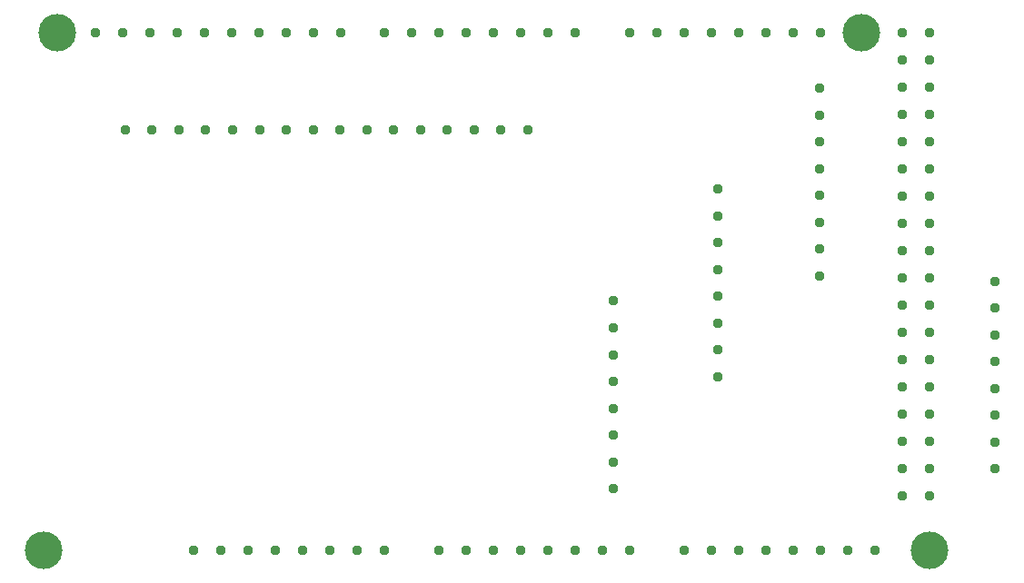
<source format=gbr>
%TF.GenerationSoftware,Altium Limited,Altium Designer,21.3.2 (30)*%
G04 Layer_Color=0*
%FSLAX45Y45*%
%MOMM*%
%TF.SameCoordinates,699C74A5-B4CE-432A-A201-728FBB0A9CBA*%
%TF.FilePolarity,Positive*%
%TF.FileFunction,Plated,1,2,PTH,Drill*%
%TF.Part,Single*%
G01*
G75*
%TA.AperFunction,ComponentDrill*%
%ADD27C,0.95000*%
%ADD28C,3.50000*%
%ADD29C,0.95000*%
D27*
X3151700Y411500D02*
D03*
X3659700D02*
D03*
X3913700D02*
D03*
X4167700D02*
D03*
X4421700D02*
D03*
X4675700D02*
D03*
X4929700D02*
D03*
X5437700D02*
D03*
X5691700D02*
D03*
X5945700D02*
D03*
X6199700D02*
D03*
X6453700D02*
D03*
X6707700D02*
D03*
X6961700D02*
D03*
X7215700D02*
D03*
X8485700D02*
D03*
X3405700D02*
D03*
X7723700D02*
D03*
X7977700D02*
D03*
X8231700D02*
D03*
X8739700D02*
D03*
X8993700D02*
D03*
X9247700D02*
D03*
X9501700D02*
D03*
X9755700Y5237500D02*
D03*
X10009700D02*
D03*
X9755700Y4983500D02*
D03*
X10009700D02*
D03*
X9755700Y4729500D02*
D03*
X10009700D02*
D03*
X9755700Y4475500D02*
D03*
X10009700D02*
D03*
X9755700Y4221500D02*
D03*
X10009700D02*
D03*
X9755700Y3967500D02*
D03*
X10009700D02*
D03*
X9755700Y3713500D02*
D03*
X10009700D02*
D03*
X9755700Y3459500D02*
D03*
X10009700D02*
D03*
X9755700Y3205500D02*
D03*
X10009700D02*
D03*
X9755700Y2951500D02*
D03*
X10009700D02*
D03*
X9755700Y2697500D02*
D03*
X10009700D02*
D03*
X9755700Y2443500D02*
D03*
X10009700D02*
D03*
X9755700Y2189500D02*
D03*
X10009700D02*
D03*
X9755700Y1935500D02*
D03*
X10009700D02*
D03*
X9755700Y1681500D02*
D03*
X10009700D02*
D03*
X9755700Y1427500D02*
D03*
X10009700D02*
D03*
X9755700Y1173500D02*
D03*
Y919500D02*
D03*
X10009700D02*
D03*
X8993700Y5237500D02*
D03*
X8739700D02*
D03*
X8485700D02*
D03*
X8231700D02*
D03*
X7977700D02*
D03*
X7723700D02*
D03*
X7469700D02*
D03*
X7215700D02*
D03*
X6707700D02*
D03*
X6453700D02*
D03*
X6199700D02*
D03*
X5945700D02*
D03*
X5691700D02*
D03*
X5437700D02*
D03*
X5183700D02*
D03*
X4929700D02*
D03*
X4523300D02*
D03*
X4269300D02*
D03*
X4015300D02*
D03*
X3761300D02*
D03*
X3507300D02*
D03*
X3253300D02*
D03*
X2999300D02*
D03*
X2745300D02*
D03*
X2491300D02*
D03*
X2237300D02*
D03*
X10009700Y1173500D02*
D03*
X6270000Y4330000D02*
D03*
X6020000D02*
D03*
X5770000D02*
D03*
X5520000D02*
D03*
X5270000D02*
D03*
X5020000D02*
D03*
X4770000D02*
D03*
X4520000D02*
D03*
X4270000D02*
D03*
X4020000D02*
D03*
X3770000D02*
D03*
X3520000D02*
D03*
X3270000D02*
D03*
X3020000D02*
D03*
X2770000D02*
D03*
X2520000D02*
D03*
D28*
X10009700Y411500D02*
D03*
X9374700Y5237500D02*
D03*
X1881700D02*
D03*
X1754700Y411500D02*
D03*
D29*
X10620000Y2920000D02*
D03*
Y2670000D02*
D03*
Y2420000D02*
D03*
Y2170000D02*
D03*
Y1920000D02*
D03*
Y1670000D02*
D03*
Y1420000D02*
D03*
Y1170000D02*
D03*
X7063300Y986300D02*
D03*
Y1236300D02*
D03*
Y1486300D02*
D03*
Y1736300D02*
D03*
Y1986300D02*
D03*
Y2236300D02*
D03*
Y2486300D02*
D03*
Y2736300D02*
D03*
X8041200Y2031700D02*
D03*
Y2281700D02*
D03*
Y2531700D02*
D03*
Y2781700D02*
D03*
Y3031700D02*
D03*
Y3281700D02*
D03*
Y3531700D02*
D03*
Y3781700D02*
D03*
X8990000Y2970000D02*
D03*
Y3220000D02*
D03*
Y3470000D02*
D03*
Y3720000D02*
D03*
Y3970000D02*
D03*
Y4220000D02*
D03*
Y4470000D02*
D03*
Y4720000D02*
D03*
%TF.MD5,ee24faeeb504dbd30d8b266b427ec032*%
M02*

</source>
